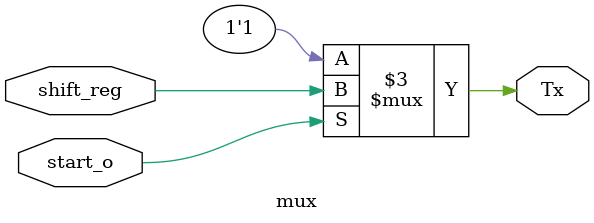
<source format=sv>
module mux(input logic start_o, shift_reg,
				output logic Tx);
				
			always_comb begin 
      
				if (start_o) begin 
					Tx = shift_reg;
				end else begin 
					Tx = 1'b1;
				end 
			end 
endmodule 
	
</source>
